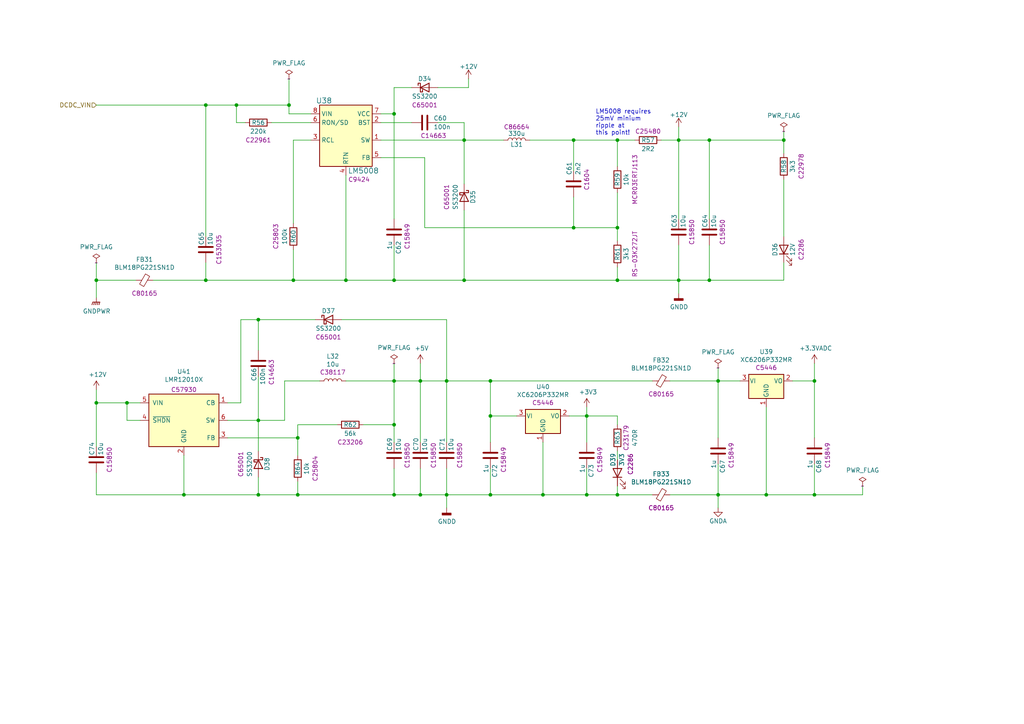
<source format=kicad_sch>
(kicad_sch (version 20211123) (generator eeschema)
  (paper "A4")
  (title_block (title "(BCC) Battery Case Controller") (date "2022-12-06") (rev "1") (company "UNIMOC universal motor controller"))
  (lib_symbols
    (symbol "Device:C" (pin_numbers hide) (pin_names (offset 0.254))
      (property "Reference" "C" (at 0.635 2.54 0))
      (property "Value" "C" (at 0.635 -2.54 0))
      (symbol "C_0_1"
        (polyline (pts (xy -2.032 -0.762) (xy 2.032 -0.762)) (stroke (width 0.508)))
        (polyline (pts (xy -2.032 0.762) (xy 2.032 0.762)) (stroke (width 0.508)))
      )
      (symbol "C_1_1"
        (pin passive line (at 0 3.81 270) (length 2.794) (name "~") (number "1"))
        (pin passive line (at 0 -3.81 90) (length 2.794) (name "~") (number "2"))
      )
    )
    (symbol "Device:D_Schottky" (pin_numbers hide) (pin_names (offset 1.016) hide)
      (property "Reference" "D" (at 0 2.54 0))
      (property "Value" "D_Schottky" (at 0 -2.54 0))
      (symbol "D_Schottky_0_1"
        (polyline (pts (xy 1.27 0) (xy -1.27 0)))
        (polyline (pts (xy 1.27 1.27) (xy 1.27 -1.27) (xy -1.27 0) (xy 1.27 1.27)) (stroke (width 0.254)))
        (polyline (pts (xy -1.905 0.635) (xy -1.905 1.27) (xy -1.27 1.27) (xy -1.27 -1.27) (xy -0.635 -1.27) (xy -0.635 -0.635)) (stroke (width 0.254)))
      )
      (symbol "D_Schottky_1_1"
        (pin passive line (at -3.81 0 0) (length 2.54) (name "K") (number "1"))
        (pin passive line (at 3.81 0 180) (length 2.54) (name "A") (number "2"))
      )
    )
    (symbol "Device:FerriteBead_Small" (pin_numbers hide) (pin_names (offset 0))
      (property "Reference" "FB" (at 1.905 1.27 0))
      (property "Value" "FerriteBead_Small" (at 1.905 -1.27 0))
      (symbol "FerriteBead_Small_0_1"
        (polyline (pts (xy 0 -1.27) (xy 0 -0.7874)))
        (polyline (pts (xy 0 0.889) (xy 0 1.2954)))
        (polyline (pts (xy -1.8288 0.2794) (xy -1.1176 1.4986) (xy 1.8288 -0.2032) (xy 1.1176 -1.4224) (xy -1.8288 0.2794)))
      )
      (symbol "FerriteBead_Small_1_1"
        (pin passive line (at 0 2.54 270) (length 1.27) (name "~") (number "1"))
        (pin passive line (at 0 -2.54 90) (length 1.27) (name "~") (number "2"))
      )
    )
    (symbol "Device:L" (pin_numbers hide) (pin_names (offset 1.016) hide)
      (property "Reference" "L" (at -1.27 0 90))
      (property "Value" "L" (at 1.905 0 90))
      (symbol "L_0_1"
        (arc (start 0 -2.54) (mid 0.635 -1.905) (end 0 -1.27))
        (arc (start 0 -1.27) (mid 0.635 -0.635) (end 0 0))
        (arc (start 0 0) (mid 0.635 0.635) (end 0 1.27))
        (arc (start 0 1.27) (mid 0.635 1.905) (end 0 2.54))
      )
      (symbol "L_1_1"
        (pin passive line (at 0 3.81 270) (length 1.27) (name "1") (number "1"))
        (pin passive line (at 0 -3.81 90) (length 1.27) (name "2") (number "2"))
      )
    )
    (symbol "Device:LED" (pin_numbers hide) (pin_names (offset 1.016) hide)
      (property "Reference" "D" (at 0 2.54 0))
      (property "Value" "LED" (at 0 -2.54 0))
      (symbol "LED_0_1"
        (polyline (pts (xy -1.27 -1.27) (xy -1.27 1.27)) (stroke (width 0.254)))
        (polyline (pts (xy -1.27 0) (xy 1.27 0)))
        (polyline (pts (xy 1.27 -1.27) (xy 1.27 1.27) (xy -1.27 0) (xy 1.27 -1.27)) (stroke (width 0.254)))
        (polyline (pts (xy -3.048 -0.762) (xy -4.572 -2.286) (xy -3.81 -2.286) (xy -4.572 -2.286) (xy -4.572 -1.524)))
        (polyline (pts (xy -1.778 -0.762) (xy -3.302 -2.286) (xy -2.54 -2.286) (xy -3.302 -2.286) (xy -3.302 -1.524)))
      )
      (symbol "LED_1_1"
        (pin passive line (at -3.81 0 0) (length 2.54) (name "K") (number "1"))
        (pin passive line (at 3.81 0 180) (length 2.54) (name "A") (number "2"))
      )
    )
    (symbol "Device:R" (pin_numbers hide) (pin_names (offset 0))
      (property "Reference" "R" (at 2.032 0 90))
      (property "Value" "R" (at 0 0 90))
      (symbol "R_0_1"
        (rectangle (start -1.016 -2.54) (end 1.016 2.54) (stroke (width 0.254)))
      )
      (symbol "R_1_1"
        (pin passive line (at 0 3.81 270) (length 1.27) (name "~") (number "1"))
        (pin passive line (at 0 -3.81 90) (length 1.27) (name "~") (number "2"))
      )
    )
    (symbol "Regulator_Linear:MCP1700-3302E_SOT23" (pin_names (offset 0.254))
      (property "Reference" "U" (at -3.81 3.175 0))
      (property "Value" "MCP1700-3302E_SOT23" (at 0 3.175 0))
      (symbol "MCP1700-3302E_SOT23_0_1"
        (rectangle (start -5.08 1.905) (end 5.08 -5.08) (stroke (width 0.254)) (fill (type background)))
      )
      (symbol "MCP1700-3302E_SOT23_1_1"
        (pin power_in line (at 0 -7.62 90) (length 2.54) (name "GND") (number "1"))
        (pin power_out line (at 7.62 0 180) (length 2.54) (name "VO") (number "2"))
        (pin power_in line (at -7.62 0 0) (length 2.54) (name "VI") (number "3"))
      )
    )
    (symbol "Regulator_Switching:LM5008MM"
      (property "Reference" "U" (at -7.62 8.89 0))
      (property "Value" "LM5008MM" (at 0 8.89 0))
      (symbol "LM5008MM_0_1"
        (rectangle (start -7.62 7.62) (end 7.62 -10.16) (stroke (width 0.254)) (fill (type background)))
      )
      (symbol "LM5008MM_1_1"
        (pin output line (at 10.16 -2.54 180) (length 2.54) (name "SW") (number "1"))
        (pin input line (at 10.16 2.54 180) (length 2.54) (name "BST") (number "2"))
        (pin input line (at -10.16 -2.54 0) (length 2.54) (name "RCL") (number "3"))
        (pin power_in line (at 0 -12.7 90) (length 2.54) (name "RTN") (number "4"))
        (pin input line (at 10.16 -7.62 180) (length 2.54) (name "FB") (number "5"))
        (pin input line (at -10.16 2.54 0) (length 2.54) (name "RON/SD") (number "6"))
        (pin output line (at 10.16 5.08 180) (length 2.54) (name "VCC") (number "7"))
        (pin power_in line (at -10.16 5.08 0) (length 2.54) (name "VIN") (number "8"))
      )
    )
    (symbol "Regulator_Switching:LMR14206" (pin_names (offset 1.016))
      (property "Reference" "U" (at -10.16 11.43 0))
      (property "Value" "LMR14206" (at -10.16 8.89 0))
      (symbol "LMR14206_0_1"
        (rectangle (start -10.16 7.62) (end 10.16 -7.62) (stroke (width 0.254)) (fill (type background)))
      )
      (symbol "LMR14206_1_1"
        (pin input line (at 12.7 5.08 180) (length 2.54) (name "CB") (number "1"))
        (pin power_in line (at 0 -10.16 90) (length 2.54) (name "GND") (number "2"))
        (pin input line (at 12.7 -5.08 180) (length 2.54) (name "FB") (number "3"))
        (pin input line (at -12.7 0 0) (length 2.54) (name "~{SHDN}") (number "4"))
        (pin power_in line (at -12.7 5.08 0) (length 2.54) (name "VIN") (number "5"))
        (pin output line (at 12.7 0 180) (length 2.54) (name "SW") (number "6"))
      )
    )
    (symbol "power:+12V" (power) (pin_names (offset 0))
      (property "Value" "+12V" (at 0 3.556 0))
      (symbol "+12V_0_1"
        (polyline (pts (xy -0.762 1.27) (xy 0 2.54)))
        (polyline (pts (xy 0 0) (xy 0 2.54)))
        (polyline (pts (xy 0 2.54) (xy 0.762 1.27)))
      )
      (symbol "+12V_1_1"
        (pin power_in line (at 0 0 90) (length 0) hide (name "+12V") (number "1"))
      )
    )
    (symbol "power:+3.3VADC" (power) (pin_names (offset 0))
      (property "Value" "+3.3VADC" (at 0 2.54 0))
      (symbol "+3.3VADC_0_0"
        (pin power_in line (at 0 0 90) (length 0) hide (name "+3.3VADC") (number "1"))
      )
      (symbol "+3.3VADC_0_1"
        (polyline (pts (xy -0.762 1.27) (xy 0 2.54)))
        (polyline (pts (xy 0 0) (xy 0 2.54)))
        (polyline (pts (xy 0 2.54) (xy 0.762 1.27)))
      )
    )
    (symbol "power:+3V3" (power) (pin_names (offset 0))
      (property "Value" "+3V3" (at 0 3.556 0))
      (symbol "+3V3_0_1"
        (polyline (pts (xy -0.762 1.27) (xy 0 2.54)))
        (polyline (pts (xy 0 0) (xy 0 2.54)))
        (polyline (pts (xy 0 2.54) (xy 0.762 1.27)))
      )
      (symbol "+3V3_1_1"
        (pin power_in line (at 0 0 90) (length 0) hide (name "+3V3") (number "1"))
      )
    )
    (symbol "power:+5V" (power) (pin_names (offset 0))
      (property "Value" "+5V" (at 0 3.556 0))
      (symbol "+5V_0_1"
        (polyline (pts (xy -0.762 1.27) (xy 0 2.54)))
        (polyline (pts (xy 0 0) (xy 0 2.54)))
        (polyline (pts (xy 0 2.54) (xy 0.762 1.27)))
      )
      (symbol "+5V_1_1"
        (pin power_in line (at 0 0 90) (length 0) hide (name "+5V") (number "1"))
      )
    )
    (symbol "power:GNDA" (power) (pin_names (offset 0))
      (property "Value" "GNDA" (at 0 -3.81 0))
      (symbol "GNDA_0_1"
        (polyline (pts (xy 0 0) (xy 0 -1.27) (xy 1.27 -1.27) (xy 0 -2.54) (xy -1.27 -1.27) (xy 0 -1.27)))
      )
      (symbol "GNDA_1_1"
        (pin power_in line (at 0 0 270) (length 0) hide (name "GNDA") (number "1"))
      )
    )
    (symbol "power:GNDD" (power) (pin_names (offset 0))
      (property "Value" "GNDD" (at 0 -3.175 0))
      (symbol "GNDD_0_1"
        (rectangle (start -1.27 -1.524) (end 1.27 -2.032) (stroke (width 0.254)) (fill (type outline)))
        (polyline (pts (xy 0 0) (xy 0 -1.524)))
      )
      (symbol "GNDD_1_1"
        (pin power_in line (at 0 0 270) (length 0) hide (name "GNDD") (number "1"))
      )
    )
    (symbol "power:GNDPWR" (power) (pin_names (offset 0))
      (property "Value" "GNDPWR" (at 0 -3.302 0))
      (symbol "GNDPWR_0_1"
        (polyline (pts (xy 0 -1.27) (xy 0 0)))
        (polyline (pts (xy -1.016 -1.27) (xy -1.27 -2.032) (xy -1.27 -2.032)) (stroke (width 0.2032)))
        (polyline (pts (xy -0.508 -1.27) (xy -0.762 -2.032) (xy -0.762 -2.032)) (stroke (width 0.2032)))
        (polyline (pts (xy 0 -1.27) (xy -0.254 -2.032) (xy -0.254 -2.032)) (stroke (width 0.2032)))
        (polyline (pts (xy 0.508 -1.27) (xy 0.254 -2.032) (xy 0.254 -2.032)) (stroke (width 0.2032)))
        (polyline (pts (xy 1.016 -1.27) (xy -1.016 -1.27) (xy -1.016 -1.27)) (stroke (width 0.2032)))
        (polyline (pts (xy 1.016 -1.27) (xy 0.762 -2.032) (xy 0.762 -2.032) (xy 0.762 -2.032)) (stroke (width 0.2032)))
      )
      (symbol "GNDPWR_1_1"
        (pin power_in line (at 0 0 270) (length 0) hide (name "GNDPWR") (number "1"))
      )
    )
    (symbol "power:PWR_FLAG" (power) (pin_numbers hide) (pin_names (offset 0) hide)
      (property "Value" "PWR_FLAG" (at 0 3.81 0))
      (symbol "PWR_FLAG_0_0"
        (pin power_out line (at 0 0 90) (length 0) (name "pwr") (number "1"))
      )
      (symbol "PWR_FLAG_0_1"
        (polyline (pts (xy 0 0) (xy 0 1.27) (xy -1.016 1.905) (xy 0 2.54) (xy 1.016 1.905) (xy 0 1.27)))
      )
    )
  )
  (junction (at 36.83 116.84))
  (junction (at 166.37 66.04))
  (junction (at 205.74 81.28))
  (junction (at 85.09 81.28))
  (junction (at 170.18 120.65))
  (junction (at 179.07 143.51))
  (junction (at 166.37 40.64))
  (junction (at 142.24 120.65))
  (junction (at 129.54 110.49))
  (junction (at 121.92 143.51))
  (junction (at 53.34 143.51))
  (junction (at 142.24 143.51))
  (junction (at 196.85 40.64))
  (junction (at 129.54 143.51))
  (junction (at 179.07 81.28))
  (junction (at 179.07 40.64))
  (junction (at 142.24 110.49))
  (junction (at 68.58 30.48))
  (junction (at 170.18 143.51))
  (junction (at 114.3 123.19))
  (junction (at 59.69 81.28))
  (junction (at 227.33 40.64))
  (junction (at 114.3 81.28))
  (junction (at 134.62 81.28))
  (junction (at 74.93 92.71))
  (junction (at 74.93 121.92))
  (junction (at 27.94 116.84))
  (junction (at 222.25 143.51))
  (junction (at 179.07 66.04))
  (junction (at 74.93 143.51))
  (junction (at 86.36 127))
  (junction (at 83.82 30.48))
  (junction (at 114.3 110.49))
  (junction (at 236.22 143.51))
  (junction (at 196.85 81.28))
  (junction (at 208.28 110.49))
  (junction (at 121.92 110.49))
  (junction (at 114.3 33.02))
  (junction (at 114.3 143.51))
  (junction (at 86.36 143.51))
  (junction (at 59.69 30.48))
  (junction (at 236.22 110.49))
  (junction (at 205.74 40.64))
  (junction (at 27.94 81.28))
  (junction (at 134.62 40.64))
  (junction (at 100.33 81.28))
  (junction (at 157.48 143.51))
  (junction (at 208.28 143.51))
  (wire (pts (xy 208.28 143.51) (xy 208.28 147.32)))
  (wire (pts (xy 119.38 25.4) (xy 114.3 25.4)))
  (wire (pts (xy 121.92 135.89) (xy 121.92 143.51)))
  (wire (pts (xy 86.36 127) (xy 86.36 132.08)))
  (wire (pts (xy 66.04 116.84) (xy 69.85 116.84)))
  (wire (pts (xy 208.28 143.51) (xy 222.25 143.51)))
  (wire (pts (xy 236.22 134.62) (xy 236.22 143.51)))
  (wire (pts (xy 123.19 66.04) (xy 123.19 45.72)))
  (wire (pts (xy 114.3 71.12) (xy 114.3 81.28)))
  (wire (pts (xy 179.07 143.51) (xy 189.23 143.51)))
  (wire (pts (xy 27.94 76.2) (xy 27.94 81.28)))
  (wire (pts (xy 53.34 143.51) (xy 74.93 143.51)))
  (wire (pts (xy 227.33 81.28) (xy 227.33 76.2)))
  (wire (pts (xy 129.54 92.71) (xy 129.54 110.49)))
  (wire (pts (xy 110.49 35.56) (xy 119.38 35.56)))
  (wire (pts (xy 92.71 110.49) (xy 82.55 110.49)))
  (wire (pts (xy 170.18 135.89) (xy 170.18 143.51)))
  (wire (pts (xy 134.62 35.56) (xy 134.62 40.64)))
  (wire (pts (xy 142.24 110.49) (xy 189.23 110.49)))
  (wire (pts (xy 121.92 110.49) (xy 129.54 110.49)))
  (wire (pts (xy 36.83 121.92) (xy 36.83 116.84)))
  (wire (pts (xy 179.07 81.28) (xy 179.07 77.47)))
  (wire (pts (xy 121.92 110.49) (xy 121.92 128.27)))
  (wire (pts (xy 227.33 40.64) (xy 227.33 44.45)))
  (wire (pts (xy 208.28 134.62) (xy 208.28 143.51)))
  (wire (pts (xy 86.36 123.19) (xy 97.79 123.19)))
  (wire (pts (xy 91.44 92.71) (xy 74.93 92.71)))
  (wire (pts (xy 86.36 127) (xy 86.36 123.19)))
  (wire (pts (xy 40.64 121.92) (xy 36.83 121.92)))
  (wire (pts (xy 191.77 40.64) (xy 196.85 40.64)))
  (wire (pts (xy 99.06 92.71) (xy 129.54 92.71)))
  (wire (pts (xy 170.18 118.11) (xy 170.18 120.65)))
  (wire (pts (xy 179.07 66.04) (xy 179.07 69.85)))
  (wire (pts (xy 196.85 71.12) (xy 196.85 81.28)))
  (wire (pts (xy 66.04 121.92) (xy 74.93 121.92)))
  (wire (pts (xy 205.74 40.64) (xy 227.33 40.64)))
  (wire (pts (xy 196.85 81.28) (xy 196.85 85.09)))
  (wire (pts (xy 142.24 120.65) (xy 142.24 110.49)))
  (wire (pts (xy 129.54 143.51) (xy 142.24 143.51)))
  (wire (pts (xy 208.28 106.68) (xy 208.28 110.49)))
  (wire (pts (xy 250.19 143.51) (xy 250.19 140.97)))
  (wire (pts (xy 222.25 118.11) (xy 222.25 143.51)))
  (wire (pts (xy 105.41 123.19) (xy 114.3 123.19)))
  (wire (pts (xy 121.92 143.51) (xy 129.54 143.51)))
  (wire (pts (xy 166.37 49.53) (xy 166.37 40.64)))
  (wire (pts (xy 44.45 81.28) (xy 59.69 81.28)))
  (wire (pts (xy 85.09 81.28) (xy 85.09 72.39)))
  (wire (pts (xy 129.54 110.49) (xy 142.24 110.49)))
  (wire (pts (xy 194.31 110.49) (xy 208.28 110.49)))
  (wire (pts (xy 78.74 35.56) (xy 90.17 35.56)))
  (wire (pts (xy 205.74 81.28) (xy 227.33 81.28)))
  (wire (pts (xy 59.69 81.28) (xy 85.09 81.28)))
  (wire (pts (xy 85.09 81.28) (xy 100.33 81.28)))
  (wire (pts (xy 165.1 120.65) (xy 170.18 120.65)))
  (wire (pts (xy 135.89 25.4) (xy 135.89 22.86)))
  (wire (pts (xy 85.09 40.64) (xy 90.17 40.64)))
  (wire (pts (xy 134.62 81.28) (xy 134.62 60.96)))
  (wire (pts (xy 179.07 40.64) (xy 179.07 48.26)))
  (wire (pts (xy 205.74 63.5) (xy 205.74 40.64)))
  (wire (pts (xy 83.82 30.48) (xy 83.82 33.02)))
  (wire (pts (xy 68.58 30.48) (xy 83.82 30.48)))
  (wire (pts (xy 129.54 143.51) (xy 129.54 147.32)))
  (wire (pts (xy 74.93 121.92) (xy 74.93 130.81)))
  (wire (pts (xy 82.55 110.49) (xy 82.55 121.92)))
  (wire (pts (xy 170.18 120.65) (xy 179.07 120.65)))
  (wire (pts (xy 227.33 52.07) (xy 227.33 68.58)))
  (wire (pts (xy 114.3 110.49) (xy 121.92 110.49)))
  (wire (pts (xy 86.36 139.7) (xy 86.36 143.51)))
  (wire (pts (xy 142.24 143.51) (xy 157.48 143.51)))
  (wire (pts (xy 27.94 113.03) (xy 27.94 116.84)))
  (wire (pts (xy 59.69 30.48) (xy 68.58 30.48)))
  (wire (pts (xy 110.49 45.72) (xy 123.19 45.72)))
  (wire (pts (xy 121.92 105.41) (xy 121.92 110.49)))
  (wire (pts (xy 114.3 33.02) (xy 110.49 33.02)))
  (wire (pts (xy 40.64 116.84) (xy 36.83 116.84)))
  (wire (pts (xy 100.33 110.49) (xy 114.3 110.49)))
  (wire (pts (xy 39.37 81.28) (xy 27.94 81.28)))
  (wire (pts (xy 157.48 143.51) (xy 170.18 143.51)))
  (wire (pts (xy 208.28 127) (xy 208.28 110.49)))
  (wire (pts (xy 74.93 109.22) (xy 74.93 121.92)))
  (wire (pts (xy 194.31 143.51) (xy 208.28 143.51)))
  (wire (pts (xy 114.3 25.4) (xy 114.3 33.02)))
  (wire (pts (xy 83.82 22.86) (xy 83.82 30.48)))
  (wire (pts (xy 129.54 110.49) (xy 129.54 128.27)))
  (wire (pts (xy 179.07 81.28) (xy 196.85 81.28)))
  (wire (pts (xy 114.3 110.49) (xy 114.3 123.19)))
  (wire (pts (xy 208.28 110.49) (xy 214.63 110.49)))
  (wire (pts (xy 59.69 76.2) (xy 59.69 81.28)))
  (wire (pts (xy 127 35.56) (xy 134.62 35.56)))
  (wire (pts (xy 222.25 143.51) (xy 236.22 143.51)))
  (wire (pts (xy 114.3 105.41) (xy 114.3 110.49)))
  (wire (pts (xy 179.07 120.65) (xy 179.07 123.19)))
  (wire (pts (xy 114.3 123.19) (xy 114.3 128.27)))
  (wire (pts (xy 27.94 116.84) (xy 27.94 129.54)))
  (wire (pts (xy 149.86 120.65) (xy 142.24 120.65)))
  (wire (pts (xy 69.85 92.71) (xy 74.93 92.71)))
  (wire (pts (xy 196.85 40.64) (xy 205.74 40.64)))
  (wire (pts (xy 157.48 128.27) (xy 157.48 143.51)))
  (wire (pts (xy 114.3 135.89) (xy 114.3 143.51)))
  (wire (pts (xy 100.33 50.8) (xy 100.33 81.28)))
  (wire (pts (xy 179.07 55.88) (xy 179.07 66.04)))
  (wire (pts (xy 142.24 128.27) (xy 142.24 120.65)))
  (wire (pts (xy 205.74 71.12) (xy 205.74 81.28)))
  (wire (pts (xy 196.85 40.64) (xy 196.85 63.5)))
  (wire (pts (xy 227.33 38.1) (xy 227.33 40.64)))
  (wire (pts (xy 114.3 81.28) (xy 134.62 81.28)))
  (wire (pts (xy 74.93 92.71) (xy 74.93 101.6)))
  (wire (pts (xy 134.62 40.64) (xy 146.05 40.64)))
  (wire (pts (xy 127 25.4) (xy 135.89 25.4)))
  (wire (pts (xy 236.22 105.41) (xy 236.22 110.49)))
  (wire (pts (xy 27.94 81.28) (xy 27.94 86.36)))
  (wire (pts (xy 82.55 121.92) (xy 74.93 121.92)))
  (wire (pts (xy 59.69 30.48) (xy 27.94 30.48)))
  (wire (pts (xy 179.07 140.97) (xy 179.07 143.51)))
  (wire (pts (xy 134.62 40.64) (xy 134.62 53.34)))
  (wire (pts (xy 86.36 143.51) (xy 114.3 143.51)))
  (wire (pts (xy 59.69 68.58) (xy 59.69 30.48)))
  (wire (pts (xy 83.82 33.02) (xy 90.17 33.02)))
  (wire (pts (xy 100.33 81.28) (xy 114.3 81.28)))
  (wire (pts (xy 66.04 127) (xy 86.36 127)))
  (wire (pts (xy 85.09 64.77) (xy 85.09 40.64)))
  (wire (pts (xy 114.3 33.02) (xy 114.3 63.5)))
  (wire (pts (xy 166.37 57.15) (xy 166.37 66.04)))
  (wire (pts (xy 74.93 138.43) (xy 74.93 143.51)))
  (wire (pts (xy 36.83 116.84) (xy 27.94 116.84)))
  (wire (pts (xy 166.37 40.64) (xy 179.07 40.64)))
  (wire (pts (xy 236.22 110.49) (xy 236.22 127)))
  (wire (pts (xy 74.93 143.51) (xy 86.36 143.51)))
  (wire (pts (xy 129.54 135.89) (xy 129.54 143.51)))
  (wire (pts (xy 179.07 40.64) (xy 184.15 40.64)))
  (wire (pts (xy 196.85 81.28) (xy 205.74 81.28)))
  (wire (pts (xy 123.19 66.04) (xy 166.37 66.04)))
  (wire (pts (xy 134.62 81.28) (xy 179.07 81.28)))
  (wire (pts (xy 236.22 143.51) (xy 250.19 143.51)))
  (wire (pts (xy 71.12 35.56) (xy 68.58 35.56)))
  (wire (pts (xy 170.18 143.51) (xy 179.07 143.51)))
  (wire (pts (xy 110.49 40.64) (xy 134.62 40.64)))
  (wire (pts (xy 114.3 143.51) (xy 121.92 143.51)))
  (wire (pts (xy 170.18 120.65) (xy 170.18 128.27)))
  (wire (pts (xy 53.34 132.08) (xy 53.34 143.51)))
  (wire (pts (xy 142.24 135.89) (xy 142.24 143.51)))
  (wire (pts (xy 68.58 35.56) (xy 68.58 30.48)))
  (wire (pts (xy 27.94 143.51) (xy 53.34 143.51)))
  (wire (pts (xy 166.37 66.04) (xy 179.07 66.04)))
  (wire (pts (xy 179.07 130.81) (xy 179.07 133.35)))
  (wire (pts (xy 69.85 116.84) (xy 69.85 92.71)))
  (wire (pts (xy 153.67 40.64) (xy 166.37 40.64)))
  (wire (pts (xy 196.85 36.83) (xy 196.85 40.64)))
  (wire (pts (xy 27.94 137.16) (xy 27.94 143.51)))
  (wire (pts (xy 229.87 110.49) (xy 236.22 110.49)))
  (text "LM5008 requires \n25mV minium \nripple at \nthis point!" (at 172.72 39.37 0) (effects (font (size 1.27 1.27)) (justify left bottom)))
  (hierarchical_label "DCDC_VIN" (shape input) (at 27.94 30.48 180))
  (symbol (lib_id "Device:LED") (at 179.07 137.16 90) (unit 1)
    (property "Reference" "D39" (at 177.8 133.35 0))
    (property "Value" "3V3" (at 180.34 133.35 0))
    (property "Footprint" "LED_SMD:LED_0603_1608Metric" (effects hide))
    (property "LCSC#" "C2286" (at 182.88 134.62 0))
  )
  (symbol (lib_id "Regulator_Linear:MCP1700-3302E_SOT23") (at 222.25 110.49 0) (unit 1)
    (property "Reference" "U39" (at 222.25 102.0318 0))
    (property "Value" "XC6206P332MR" (at 222.25 104.3432 0))
    (property "Footprint" "Package_TO_SOT_SMD:SOT-23" (effects hide))
    (property "Datasheet" "http://ww1.microchip.com/downloads/en/DeviceDoc/20001826D.pdf" (effects hide))
    (property "LCSC#" "C5446" (at 222.25 106.6546 0))
  )
  (symbol (lib_id "Device:D_Schottky") (at 95.25 92.71 0) (unit 1)
    (property "Reference" "D37" (at 95.25 90.17 0))
    (property "Value" "SS3200" (at 95.25 95.25 0))
    (property "Footprint" "Diode_SMD:D_SMA" (effects hide))
    (property "LCSC#" "C65001" (at 95.25 97.79 0))
  )
  (symbol (lib_id "Device:R") (at 101.6 123.19 90) (unit 1)
    (property "Reference" "R62" (at 101.6 123.19 90))
    (property "Value" "56k" (at 101.6 125.73 90))
    (property "Footprint" "Resistor_SMD:R_0603_1608Metric" (effects hide))
    (property "LCSC#" "C23206" (at 101.6 128.27 90))
  )
  (symbol (lib_id "Device:R") (at 85.09 68.58 180) (unit 1)
    (property "Reference" "R60" (at 85.09 68.58 90))
    (property "Value" "100k" (at 82.55 68.58 90))
    (property "Footprint" "Resistor_SMD:R_0603_1608Metric" (effects hide))
    (property "LCSC#" "C25803" (at 80.01 68.58 90))
  )
  (symbol (lib_id "power:PWR_FLAG") (at 27.94 76.2 0) (unit 1)
    (property "Reference" "#U070" (effects hide))
    (property "Value" "PWR_FLAG" (at 27.94 71.628 0))
    (property "Datasheet" "~" (at 27.94 76.2 0))
  )
  (symbol (lib_id "Device:C") (at 123.19 35.56 270) (unit 1)
    (property "Reference" "C60" (at 125.73 34.29 90) (effects (justify left)))
    (property "Value" "100n" (at 125.73 36.83 90) (effects (justify left)))
    (property "Footprint" "Capacitor_SMD:C_0603_1608Metric" (effects hide))
    (property "LCSC#" "C14663" (at 125.73 39.37 90))
  )
  (symbol (lib_id "Regulator_Switching:LMR14206") (at 53.34 121.92 0) (unit 1)
    (property "Reference" "U41" (at 53.34 107.7722 0))
    (property "Value" "LMR12010X" (at 53.34 110.0836 0))
    (property "Footprint" "Package_TO_SOT_SMD:SOT-23-6" (effects hide))
    (property "Datasheet" "http://www.ti.com/lit/ds/symlink/lmr14206.pdf" (effects hide))
    (property "LCSC#" "C57930" (at 53.34 113.03 0))
  )
  (symbol (lib_id "Device:FerriteBead_Small") (at 41.91 81.28 270) (unit 1)
    (property "Reference" "FB31" (at 41.91 75.2602 90))
    (property "Value" "BLM18PG221SN1D" (at 41.91 77.5716 90))
    (property "Footprint" "Resistor_SMD:R_0603_1608Metric" (effects hide))
    (property "LCSC#" "C80165" (at 41.91 85.09 90))
  )
  (symbol (lib_id "power:PWR_FLAG") (at 114.3 105.41 0) (unit 1)
    (property "Reference" "#U071" (effects hide))
    (property "Value" "PWR_FLAG" (at 114.3 100.838 0))
    (property "Datasheet" "~" (at 114.3 105.41 0))
  )
  (symbol (lib_id "Device:FerriteBead_Small") (at 191.77 143.51 270) (unit 1)
    (property "Reference" "FB33" (at 191.77 137.4902 90))
    (property "Value" "BLM18PG221SN1D" (at 191.77 139.8016 90))
    (property "Footprint" "Resistor_SMD:R_0603_1608Metric" (effects hide))
    (property "LCSC#" "C80165" (at 191.77 147.32 90))
  )
  (symbol (lib_id "power:+3V3") (at 170.18 118.11 0) (unit 1)
    (property "Reference" "#PWR056" (effects hide))
    (property "Value" "+3V3" (at 170.561 113.7158 0))
  )
  (symbol (lib_id "Device:C") (at 142.24 132.08 180) (unit 1)
    (property "Reference" "C72" (at 143.51 134.62 90) (effects (justify left)))
    (property "Value" "1u" (at 140.97 134.62 90) (effects (justify left)))
    (property "Footprint" "Capacitor_SMD:C_0603_1608Metric" (effects hide))
    (property "LCSC#" "C15849" (at 146.05 133.35 90))
  )
  (symbol (lib_id "Device:C") (at 74.93 105.41 180) (unit 1)
    (property "Reference" "C66" (at 73.66 106.68 90) (effects (justify left)))
    (property "Value" "100n" (at 76.2 106.68 90) (effects (justify left)))
    (property "Footprint" "Capacitor_SMD:C_0603_1608Metric" (effects hide))
    (property "LCSC#" "C14663" (at 78.74 107.95 90))
  )
  (symbol (lib_id "power:+3.3VADC") (at 236.22 105.41 0) (unit 1)
    (property "Reference" "#PWR054" (effects hide))
    (property "Value" "+3.3VADC" (at 236.601 101.0158 0))
  )
  (symbol (lib_id "Device:C") (at 114.3 132.08 0) (unit 1)
    (property "Reference" "C69" (at 113.03 130.81 90) (effects (justify left)))
    (property "Value" "10u" (at 115.57 130.81 90) (effects (justify left)))
    (property "Footprint" "Capacitor_SMD:C_0805_2012Metric" (effects hide))
    (property "LCSC#" "C15850" (at 118.11 132.08 90))
  )
  (symbol (lib_id "power:+12V") (at 196.85 36.83 0) (unit 1)
    (property "Reference" "#U068" (effects hide))
    (property "Value" "+12V" (at 196.85 33.274 0))
  )
  (symbol (lib_id "power:PWR_FLAG") (at 227.33 38.1 0) (unit 1)
    (property "Reference" "#U069" (effects hide))
    (property "Value" "PWR_FLAG" (at 227.33 33.528 0))
    (property "Datasheet" "~" (at 227.33 38.1 0))
  )
  (symbol (lib_id "Device:L") (at 96.52 110.49 90) (unit 1)
    (property "Reference" "L32" (at 96.52 103.3526 90))
    (property "Value" "10u" (at 96.52 105.664 90))
    (property "Footprint" "Inductor_SMD:L_Taiyo-Yuden_NR-40xx" (effects hide))
    (property "LCSC#" "C38117" (at 96.52 107.9754 90))
  )
  (symbol (lib_id "Device:R") (at 179.07 52.07 180) (unit 1)
    (property "Reference" "R59" (at 179.07 52.07 90))
    (property "Value" "10k" (at 181.61 52.07 90))
    (property "Footprint" "Resistor_SMD:R_0603_1608Metric" (effects hide))
    (property "Part#" "MCR03ERTJ113" (at 184.15 52.07 90))
    (property "LCSC#" "C25804" (effects hide))
  )
  (symbol (lib_id "power:+12V") (at 27.94 113.03 0) (unit 1)
    (property "Reference" "#PWR055" (effects hide))
    (property "Value" "+12V" (at 28.321 108.6358 0))
  )
  (symbol (lib_id "Device:R") (at 187.96 40.64 270) (unit 1)
    (property "Reference" "R57" (at 187.96 40.64 90))
    (property "Value" "2R2" (at 187.96 43.18 90))
    (property "Footprint" "Resistor_SMD:R_2512_6332Metric" (effects hide))
    (property "LCSC#" "C25480" (at 187.96 38.1 90))
  )
  (symbol (lib_id "power:PWR_FLAG") (at 208.28 106.68 0) (unit 1)
    (property "Reference" "#U072" (effects hide))
    (property "Value" "PWR_FLAG" (at 208.28 102.108 0))
    (property "Datasheet" "~" (at 208.28 106.68 0))
  )
  (symbol (lib_id "Device:C") (at 129.54 132.08 0) (unit 1)
    (property "Reference" "C71" (at 128.27 130.81 90) (effects (justify left)))
    (property "Value" "10u" (at 130.81 130.81 90) (effects (justify left)))
    (property "Footprint" "Capacitor_SMD:C_0805_2012Metric" (effects hide))
    (property "LCSC#" "C15850" (at 133.35 132.08 90))
  )
  (symbol (lib_id "Device:C") (at 196.85 67.31 0) (unit 1)
    (property "Reference" "C63" (at 195.58 66.04 90) (effects (justify left)))
    (property "Value" "10u" (at 198.12 66.04 90) (effects (justify left)))
    (property "Footprint" "Capacitor_SMD:C_0805_2012Metric" (effects hide))
    (property "LCSC#" "C15850" (at 200.66 67.31 90))
  )
  (symbol (lib_id "power:+5V") (at 121.92 105.41 0) (unit 1)
    (property "Reference" "#PWR053" (effects hide))
    (property "Value" "+5V" (at 122.301 101.0158 0))
  )
  (symbol (lib_id "Device:R") (at 179.07 73.66 180) (unit 1)
    (property "Reference" "R61" (at 179.07 73.66 90))
    (property "Value" "3k3" (at 181.61 73.66 90))
    (property "Footprint" "Resistor_SMD:R_0603_1608Metric" (effects hide))
    (property "Part#" "RS-03K272JT" (at 184.15 73.66 90))
    (property "LCSC#" "C22978" (effects hide))
  )
  (symbol (lib_id "Device:R") (at 179.07 127 180) (unit 1)
    (property "Reference" "R63" (at 179.07 127 90))
    (property "Value" "470R" (at 184.15 127 90))
    (property "Footprint" "Resistor_SMD:R_0603_1608Metric" (effects hide))
    (property "LCSC#" "C23179" (at 181.61 127 90))
  )
  (symbol (lib_id "Device:D_Schottky") (at 134.62 57.15 270) (unit 1)
    (property "Reference" "D35" (at 137.16 57.15 0))
    (property "Value" "SS3200" (at 132.08 57.15 0))
    (property "Footprint" "Diode_SMD:D_SMA" (effects hide))
    (property "LCSC#" "C65001" (at 129.54 57.15 0))
  )
  (symbol (lib_id "power:GNDPWR") (at 27.94 86.36 0) (unit 1)
    (property "Reference" "#PWR052" (effects hide))
    (property "Value" "GNDPWR" (at 28.0416 90.2716 0))
  )
  (symbol (lib_id "power:GNDD") (at 129.54 147.32 0) (unit 1)
    (property "Reference" "#PWR057" (effects hide))
    (property "Value" "GNDD" (at 129.6416 151.257 0))
  )
  (symbol (lib_id "power:GNDA") (at 208.28 147.32 0) (unit 1)
    (property "Reference" "#PWR058" (effects hide))
    (property "Value" "GNDA" (at 208.28 151.13 0))
  )
  (symbol (lib_id "power:PWR_FLAG") (at 250.19 140.97 0) (unit 1)
    (property "Reference" "#U073" (effects hide))
    (property "Value" "PWR_FLAG" (at 250.19 136.398 0))
    (property "Datasheet" "~" (at 250.19 140.97 0))
  )
  (symbol (lib_id "Device:C") (at 166.37 53.34 0) (unit 1)
    (property "Reference" "C61" (at 165.1 50.8 90) (effects (justify left)))
    (property "Value" "2n2" (at 167.64 50.8 90) (effects (justify left)))
    (property "Footprint" "Capacitor_SMD:C_0603_1608Metric" (effects hide))
    (property "LCSC#" "C1604" (at 170.18 52.07 90))
  )
  (symbol (lib_id "Device:R") (at 74.93 35.56 270) (unit 1)
    (property "Reference" "R56" (at 74.93 35.56 90))
    (property "Value" "220k" (at 74.93 38.1 90))
    (property "Footprint" "Resistor_SMD:R_0603_1608Metric" (effects hide))
    (property "LCSC#" "C22961" (at 74.93 40.64 90))
  )
  (symbol (lib_id "Device:C") (at 236.22 130.81 180) (unit 1)
    (property "Reference" "C68" (at 237.49 133.35 90) (effects (justify left)))
    (property "Value" "1u" (at 234.95 133.35 90) (effects (justify left)))
    (property "Footprint" "Capacitor_SMD:C_0603_1608Metric" (effects hide))
    (property "LCSC#" "C15849" (at 240.03 132.08 90))
  )
  (symbol (lib_id "Device:FerriteBead_Small") (at 191.77 110.49 270) (unit 1)
    (property "Reference" "FB32" (at 191.77 104.4702 90))
    (property "Value" "BLM18PG221SN1D" (at 191.77 106.7816 90))
    (property "Footprint" "Resistor_SMD:R_0603_1608Metric" (effects hide))
    (property "LCSC#" "C80165" (at 191.77 114.3 90))
  )
  (symbol (lib_id "Device:C") (at 121.92 132.08 0) (unit 1)
    (property "Reference" "C70" (at 120.65 130.81 90) (effects (justify left)))
    (property "Value" "10u" (at 123.19 130.81 90) (effects (justify left)))
    (property "Footprint" "Capacitor_SMD:C_0805_2012Metric" (effects hide))
    (property "LCSC#" "C15850" (at 125.73 132.08 90))
  )
  (symbol (lib_id "power:GNDD") (at 196.85 85.09 0) (unit 1)
    (property "Reference" "#PWR051" (effects hide))
    (property "Value" "GNDD" (at 196.9516 89.027 0))
  )
  (symbol (lib_id "Device:C") (at 208.28 130.81 180) (unit 1)
    (property "Reference" "C67" (at 209.55 133.35 90) (effects (justify left)))
    (property "Value" "1u" (at 207.01 133.35 90) (effects (justify left)))
    (property "Footprint" "Capacitor_SMD:C_0603_1608Metric" (effects hide))
    (property "LCSC#" "C15849" (at 212.09 132.08 90))
  )
  (symbol (lib_id "Regulator_Switching:LM5008MM") (at 100.33 38.1 0) (unit 1)
    (property "Reference" "U38" (at 93.98 29.21 0) (effects (font (size 1.524 1.524))))
    (property "Value" "LM5008" (at 105.41 49.53 0) (effects (font (size 1.524 1.524))))
    (property "Footprint" "Package_SO:MSOP-8_3x3mm_P0.65mm" (effects hide))
    (property "Datasheet" "http://www.ti.com/lit/ds/symlink/lm5008.pdf" (effects hide))
    (property "LCSC#" "C9424" (at 104.14 52.07 0))
  )
  (symbol (lib_id "Regulator_Linear:MCP1700-3302E_SOT23") (at 157.48 120.65 0) (unit 1)
    (property "Reference" "U40" (at 157.48 112.1918 0))
    (property "Value" "XC6206P332MR" (at 157.48 114.5032 0))
    (property "Footprint" "Package_TO_SOT_SMD:SOT-23" (effects hide))
    (property "Datasheet" "http://ww1.microchip.com/downloads/en/DeviceDoc/20001826D.pdf" (effects hide))
    (property "LCSC#" "C5446" (at 157.48 116.8146 0))
  )
  (symbol (lib_id "Device:C") (at 170.18 132.08 180) (unit 1)
    (property "Reference" "C73" (at 171.45 134.62 90) (effects (justify left)))
    (property "Value" "1u" (at 168.91 134.62 90) (effects (justify left)))
    (property "Footprint" "Capacitor_SMD:C_0603_1608Metric" (effects hide))
    (property "LCSC#" "C15849" (at 173.99 133.35 90))
  )
  (symbol (lib_id "Device:LED") (at 227.33 72.39 90) (unit 1)
    (property "Reference" "D36" (at 224.79 72.39 0))
    (property "Value" "12V" (at 229.87 72.39 0))
    (property "Footprint" "LED_SMD:LED_0603_1608Metric" (effects hide))
    (property "LCSC#" "C2286" (at 232.41 72.39 0))
  )
  (symbol (lib_id "Device:C") (at 205.74 67.31 0) (unit 1)
    (property "Reference" "C64" (at 204.47 66.04 90) (effects (justify left)))
    (property "Value" "10u" (at 207.01 66.04 90) (effects (justify left)))
    (property "Footprint" "Capacitor_SMD:C_0805_2012Metric" (effects hide))
    (property "LCSC#" "C15850" (at 209.55 67.31 90))
  )
  (symbol (lib_id "Device:L") (at 149.86 40.64 90) (unit 1)
    (property "Reference" "L31" (at 149.86 41.91 90))
    (property "Value" "330u" (at 149.86 38.735 90))
    (property "Footprint" "Inductor_SMD:L_Taiyo-Yuden_NR-80xx" (effects hide))
    (property "LCSC#" "C86664" (at 149.86 36.83 90))
  )
  (symbol (lib_id "Device:C") (at 59.69 72.39 0) (unit 1)
    (property "Reference" "C65" (at 58.42 71.12 90) (effects (justify left)))
    (property "Value" "10u" (at 60.96 71.12 90) (effects (justify left)))
    (property "Footprint" "Capacitor_SMD:C_2220_5650Metric" (effects hide))
    (property "LCSC#" "C153035" (at 63.5 72.39 90))
  )
  (symbol (lib_id "Device:R") (at 227.33 48.26 0) (unit 1)
    (property "Reference" "R58" (at 227.33 48.26 90))
    (property "Value" "3k3" (at 229.87 48.26 90))
    (property "Footprint" "Resistor_SMD:R_0603_1608Metric" (effects hide))
    (property "LCSC#" "C22978" (at 232.41 48.26 90))
  )
  (symbol (lib_id "Device:D_Schottky") (at 74.93 134.62 270) (unit 1)
    (property "Reference" "D38" (at 77.47 134.62 0))
    (property "Value" "SS3200" (at 72.39 134.62 0))
    (property "Footprint" "Diode_SMD:D_SMA" (effects hide))
    (property "LCSC#" "C65001" (at 69.85 134.62 0))
  )
  (symbol (lib_id "Device:R") (at 86.36 135.89 180) (unit 1)
    (property "Reference" "R64" (at 86.36 135.89 90))
    (property "Value" "10k" (at 88.9 135.89 90))
    (property "Footprint" "Resistor_SMD:R_0603_1608Metric" (effects hide))
    (property "LCSC#" "C25804" (at 91.44 135.89 90))
  )
  (symbol (lib_id "power:+12V") (at 135.89 22.86 0) (unit 1)
    (property "Reference" "#U067" (effects hide))
    (property "Value" "+12V" (at 135.89 19.304 0))
  )
  (symbol (lib_id "power:PWR_FLAG") (at 83.82 22.86 0) (unit 1)
    (property "Reference" "#U066" (effects hide))
    (property "Value" "PWR_FLAG" (at 83.82 18.288 0))
    (property "Datasheet" "~" (at 83.82 22.86 0))
  )
  (symbol (lib_id "Device:C") (at 27.94 133.35 0) (unit 1)
    (property "Reference" "C74" (at 26.67 132.08 90) (effects (justify left)))
    (property "Value" "10u" (at 29.21 132.08 90) (effects (justify left)))
    (property "Footprint" "Capacitor_SMD:C_0805_2012Metric" (effects hide))
    (property "LCSC#" "C15850" (at 31.75 133.35 90))
  )
  (symbol (lib_id "Device:D_Schottky") (at 123.19 25.4 0) (unit 1)
    (property "Reference" "D34" (at 123.19 22.86 0))
    (property "Value" "SS3200" (at 123.19 27.94 0))
    (property "Footprint" "Diode_SMD:D_SMA" (effects hide))
    (property "LCSC#" "C65001" (at 123.19 30.48 0))
  )
  (symbol (lib_id "Device:C") (at 114.3 67.31 180) (unit 1)
    (property "Reference" "C62" (at 115.57 69.85 90) (effects (justify left)))
    (property "Value" "1u" (at 113.03 69.85 90) (effects (justify left)))
    (property "Footprint" "Capacitor_SMD:C_0603_1608Metric" (effects hide))
    (property "LCSC#" "C15849" (at 118.11 68.58 90))
  )
)
</source>
